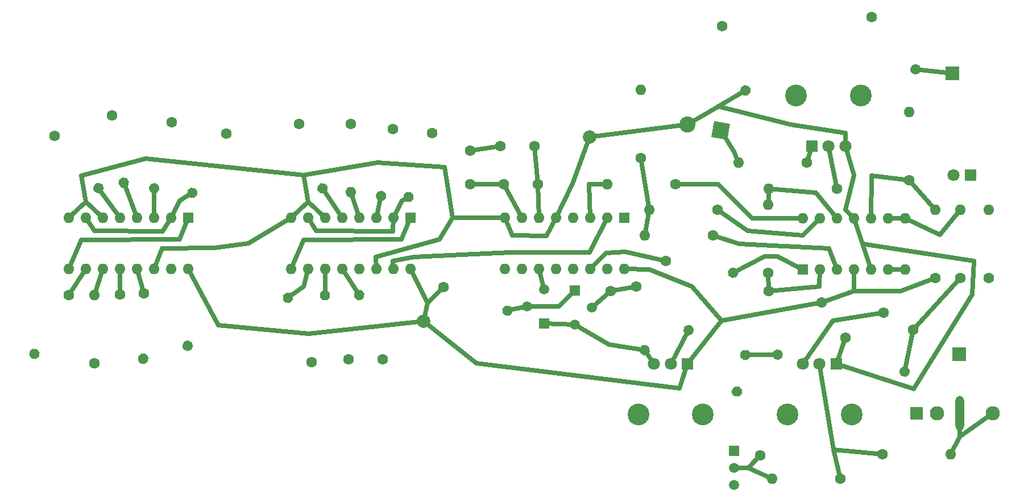
<source format=gbr>
%TF.GenerationSoftware,KiCad,Pcbnew,(5.1.6)-1*%
%TF.CreationDate,2021-02-23T20:11:17-06:00*%
%TF.ProjectId,WALKING RING,57414c4b-494e-4472-9052-494e472e6b69,rev?*%
%TF.SameCoordinates,Original*%
%TF.FileFunction,Copper,L1,Top*%
%TF.FilePolarity,Positive*%
%FSLAX46Y46*%
G04 Gerber Fmt 4.6, Leading zero omitted, Abs format (unit mm)*
G04 Created by KiCad (PCBNEW (5.1.6)-1) date 2021-02-23 20:11:17*
%MOMM*%
%LPD*%
G01*
G04 APERTURE LIST*
%TA.AperFunction,ComponentPad*%
%ADD10O,1.600000X1.600000*%
%TD*%
%TA.AperFunction,ComponentPad*%
%ADD11C,1.600000*%
%TD*%
%TA.AperFunction,ComponentPad*%
%ADD12C,2.000000*%
%TD*%
%TA.AperFunction,ComponentPad*%
%ADD13C,2.400000*%
%TD*%
%TA.AperFunction,ComponentPad*%
%ADD14C,0.100000*%
%TD*%
%TA.AperFunction,ComponentPad*%
%ADD15R,1.800000X1.800000*%
%TD*%
%TA.AperFunction,ComponentPad*%
%ADD16C,1.800000*%
%TD*%
%TA.AperFunction,ComponentPad*%
%ADD17C,3.240000*%
%TD*%
%TA.AperFunction,ComponentPad*%
%ADD18R,1.600000X1.600000*%
%TD*%
%TA.AperFunction,ComponentPad*%
%ADD19R,2.000000X2.000000*%
%TD*%
%TA.AperFunction,ComponentPad*%
%ADD20O,1.300000X5.200000*%
%TD*%
%TA.AperFunction,ComponentPad*%
%ADD21C,2.130000*%
%TD*%
%TA.AperFunction,ComponentPad*%
%ADD22R,1.830000X1.930000*%
%TD*%
%TA.AperFunction,ComponentPad*%
%ADD23R,1.500000X1.500000*%
%TD*%
%TA.AperFunction,ComponentPad*%
%ADD24C,1.500000*%
%TD*%
%TA.AperFunction,Conductor*%
%ADD25C,0.635000*%
%TD*%
G04 APERTURE END LIST*
D10*
%TO.P,REF\u002A\u002A,2*%
%TO.N,N/C*%
X74650000Y-89330000D03*
D11*
%TO.P,REF\u002A\u002A,1*%
X74650000Y-99490000D03*
%TD*%
D10*
%TO.P,REF\u002A\u002A,2*%
%TO.N,N/C*%
X203650000Y-76640000D03*
D11*
%TO.P,REF\u002A\u002A,1*%
X203650000Y-86800000D03*
%TD*%
%TO.P,REF\u002A\u002A,1*%
%TO.N,N/C*%
X199860000Y-86800000D03*
D10*
%TO.P,REF\u002A\u002A,2*%
X199860000Y-76640000D03*
%TD*%
D11*
%TO.P,REF\u002A\u002A,1*%
%TO.N,N/C*%
X167470000Y-76610000D03*
D10*
%TO.P,REF\u002A\u002A,2*%
X157310000Y-76610000D03*
%TD*%
%TO.P,REF\u002A\u002A,2*%
%TO.N,N/C*%
X151010000Y-72790000D03*
D11*
%TO.P,REF\u002A\u002A,1*%
X161170000Y-72790000D03*
%TD*%
%TO.P,REF\u002A\u002A,1*%
%TO.N,N/C*%
X156040000Y-68950000D03*
D10*
%TO.P,REF\u002A\u002A,2*%
%TO.N,SENSE*%
X156040000Y-58790000D03*
%TD*%
%TO.P,REF\u002A\u002A,2*%
%TO.N,N/C*%
X156650000Y-80420000D03*
D11*
%TO.P,REF\u002A\u002A,1*%
X166810000Y-80420000D03*
%TD*%
D10*
%TO.P,REF\u002A\u002A,2*%
%TO.N,N/C*%
X175030000Y-75890000D03*
D11*
%TO.P,REF\u002A\u002A,1*%
X175030000Y-86050000D03*
%TD*%
%TO.P,REF\u002A\u002A,1*%
%TO.N,N/C*%
X196020000Y-72230000D03*
D10*
%TO.P,REF\u002A\u002A,2*%
%TO.N,SENSE*%
X196020000Y-62070000D03*
%TD*%
D12*
%TO.P,REF\u002A\u002A,1*%
%TO.N,N/C*%
X148400000Y-65750000D03*
%TD*%
D13*
%TO.P,REF\u002A\u002A,2*%
%TO.N,N/C*%
X163005961Y-63901759D03*
%TA.AperFunction,ComponentPad*%
D14*
%TO.P,REF\u002A\u002A,1*%
G36*
X169320147Y-63796609D02*
G01*
X168903391Y-66160147D01*
X166539853Y-65743391D01*
X166956609Y-63379853D01*
X169320147Y-63796609D01*
G37*
%TD.AperFunction*%
%TD*%
D15*
%TO.P,REF\u002A\u002A,1*%
%TO.N,N/C*%
X163000000Y-99560000D03*
D16*
%TO.P,REF\u002A\u002A,2*%
X160500000Y-99560000D03*
%TO.P,REF\u002A\u002A,3*%
X158000000Y-99560000D03*
D17*
%TO.P,REF\u002A\u002A,*%
%TO.N,*%
X155700000Y-107060000D03*
X165300000Y-107060000D03*
%TD*%
D10*
%TO.P,REF\u002A\u002A,16*%
%TO.N,N/C*%
X121730000Y-85460000D03*
%TO.P,REF\u002A\u002A,8*%
X103950000Y-77840000D03*
%TO.P,REF\u002A\u002A,15*%
X119190000Y-85460000D03*
%TO.P,REF\u002A\u002A,7*%
X106490000Y-77840000D03*
%TO.P,REF\u002A\u002A,14*%
X116650000Y-85460000D03*
%TO.P,REF\u002A\u002A,6*%
X109030000Y-77840000D03*
%TO.P,REF\u002A\u002A,13*%
X114110000Y-85460000D03*
%TO.P,REF\u002A\u002A,5*%
X111570000Y-77840000D03*
%TO.P,REF\u002A\u002A,12*%
X111570000Y-85460000D03*
%TO.P,REF\u002A\u002A,4*%
X114110000Y-77840000D03*
%TO.P,REF\u002A\u002A,11*%
X109030000Y-85460000D03*
%TO.P,REF\u002A\u002A,3*%
X116650000Y-77840000D03*
%TO.P,REF\u002A\u002A,10*%
X106490000Y-85460000D03*
%TO.P,REF\u002A\u002A,2*%
X119190000Y-77840000D03*
%TO.P,REF\u002A\u002A,9*%
X103950000Y-85460000D03*
D18*
%TO.P,REF\u002A\u002A,1*%
X121730000Y-77840000D03*
%TD*%
D10*
%TO.P,REF\u002A\u002A,14*%
%TO.N,N/C*%
X180150000Y-77860000D03*
%TO.P,REF\u002A\u002A,7*%
X195390000Y-85480000D03*
%TO.P,REF\u002A\u002A,13*%
X182690000Y-77860000D03*
%TO.P,REF\u002A\u002A,6*%
X192850000Y-85480000D03*
%TO.P,REF\u002A\u002A,12*%
X185230000Y-77860000D03*
%TO.P,REF\u002A\u002A,5*%
X190310000Y-85480000D03*
%TO.P,REF\u002A\u002A,11*%
X187770000Y-77860000D03*
%TO.P,REF\u002A\u002A,4*%
X187770000Y-85480000D03*
%TO.P,REF\u002A\u002A,10*%
X190310000Y-77860000D03*
%TO.P,REF\u002A\u002A,3*%
X185230000Y-85480000D03*
%TO.P,REF\u002A\u002A,9*%
X192850000Y-77860000D03*
%TO.P,REF\u002A\u002A,2*%
X182690000Y-85480000D03*
%TO.P,REF\u002A\u002A,8*%
X195390000Y-77860000D03*
D18*
%TO.P,REF\u002A\u002A,1*%
X180150000Y-85480000D03*
%TD*%
D12*
%TO.P,REF\u002A\u002A,1*%
%TO.N,N/C*%
X123690000Y-93220000D03*
%TD*%
D11*
%TO.P,REF\u002A\u002A,2*%
%TO.N,N/C*%
X140160000Y-67090000D03*
%TO.P,REF\u002A\u002A,1*%
X135160000Y-67090000D03*
%TD*%
D18*
%TO.P,REF\u002A\u002A,1*%
%TO.N,N/C*%
X153550000Y-77830000D03*
D10*
%TO.P,REF\u002A\u002A,9*%
X135770000Y-85450000D03*
%TO.P,REF\u002A\u002A,2*%
X151010000Y-77830000D03*
%TO.P,REF\u002A\u002A,10*%
X138310000Y-85450000D03*
%TO.P,REF\u002A\u002A,3*%
X148470000Y-77830000D03*
%TO.P,REF\u002A\u002A,11*%
X140850000Y-85450000D03*
%TO.P,REF\u002A\u002A,4*%
X145930000Y-77830000D03*
%TO.P,REF\u002A\u002A,12*%
X143390000Y-85450000D03*
%TO.P,REF\u002A\u002A,5*%
X143390000Y-77830000D03*
%TO.P,REF\u002A\u002A,13*%
X145930000Y-85450000D03*
%TO.P,REF\u002A\u002A,6*%
X140850000Y-77830000D03*
%TO.P,REF\u002A\u002A,14*%
X148470000Y-85450000D03*
%TO.P,REF\u002A\u002A,7*%
X138310000Y-77830000D03*
%TO.P,REF\u002A\u002A,15*%
X151010000Y-85450000D03*
%TO.P,REF\u002A\u002A,8*%
X135770000Y-77830000D03*
%TO.P,REF\u002A\u002A,16*%
X153550000Y-85450000D03*
%TD*%
D19*
%TO.P,REF\u002A\u002A,1*%
%TO.N,N/C*%
X202390000Y-56270000D03*
%TD*%
D17*
%TO.P,REF\u002A\u002A,*%
%TO.N,*%
X179190000Y-59600000D03*
X188790000Y-59600000D03*
D16*
%TO.P,REF\u002A\u002A,3*%
%TO.N,N/C*%
X186490000Y-67100000D03*
%TO.P,REF\u002A\u002A,2*%
X183990000Y-67100000D03*
D15*
%TO.P,REF\u002A\u002A,1*%
X181490000Y-67100000D03*
%TD*%
D18*
%TO.P,REF\u002A\u002A,1*%
%TO.N,N/C*%
X88650000Y-77840000D03*
D10*
%TO.P,REF\u002A\u002A,9*%
X70870000Y-85460000D03*
%TO.P,REF\u002A\u002A,2*%
X86110000Y-77840000D03*
%TO.P,REF\u002A\u002A,10*%
X73410000Y-85460000D03*
%TO.P,REF\u002A\u002A,3*%
X83570000Y-77840000D03*
%TO.P,REF\u002A\u002A,11*%
X75950000Y-85460000D03*
%TO.P,REF\u002A\u002A,4*%
X81030000Y-77840000D03*
%TO.P,REF\u002A\u002A,12*%
X78490000Y-85460000D03*
%TO.P,REF\u002A\u002A,5*%
X78490000Y-77840000D03*
%TO.P,REF\u002A\u002A,13*%
X81030000Y-85460000D03*
%TO.P,REF\u002A\u002A,6*%
X75950000Y-77840000D03*
%TO.P,REF\u002A\u002A,14*%
X83570000Y-85460000D03*
%TO.P,REF\u002A\u002A,7*%
X73410000Y-77840000D03*
%TO.P,REF\u002A\u002A,15*%
X86110000Y-85460000D03*
%TO.P,REF\u002A\u002A,8*%
X70870000Y-77840000D03*
%TO.P,REF\u002A\u002A,16*%
X88650000Y-85460000D03*
%TD*%
D11*
%TO.P,REF\u002A\u002A,1*%
%TO.N,N/C*%
X130600000Y-72770000D03*
%TO.P,REF\u002A\u002A,2*%
X130600000Y-67770000D03*
%TD*%
D19*
%TO.P,REF\u002A\u002A,1*%
%TO.N,N/C*%
X203460000Y-98110000D03*
%TD*%
D16*
%TO.P,.,2*%
%TO.N,N/C*%
X202560000Y-71490000D03*
D15*
%TO.P,.,1*%
X205100000Y-71490000D03*
%TD*%
D20*
%TO.P,REF\u002A\u002A,1*%
%TO.N,N/C*%
X203540000Y-106890000D03*
D21*
%TO.P,REF\u002A\u002A,TN*%
X200160000Y-106890000D03*
D22*
%TO.P,REF\u002A\u002A,S*%
X197060000Y-106890000D03*
D21*
%TO.P,REF\u002A\u002A,T*%
X208460000Y-106890000D03*
%TD*%
D11*
%TO.P,REF\u002A\u002A,1*%
%TO.N,N/C*%
X173830269Y-113224764D03*
%TO.P,REF\u002A\u002A,2*%
%TA.AperFunction,ComponentPad*%
G36*
G01*
X170628960Y-104429241D02*
X170628960Y-104429241D01*
G75*
G02*
X169603590Y-103951103I-273616J751754D01*
G01*
X169603590Y-103951103D01*
G75*
G02*
X170081728Y-102925733I751754J273616D01*
G01*
X170081728Y-102925733D01*
G75*
G02*
X171107098Y-103403871I273616J-751754D01*
G01*
X171107098Y-103403871D01*
G75*
G02*
X170628960Y-104429241I-751754J-273616D01*
G01*
G37*
%TD.AperFunction*%
%TD*%
D10*
%TO.P,REF\u002A\u002A,2*%
%TO.N,N/C*%
X175579535Y-116658705D03*
D11*
%TO.P,REF\u002A\u002A,1*%
X185739535Y-116658705D03*
%TD*%
D23*
%TO.P,.,1*%
%TO.N,N/C*%
X169940000Y-112520000D03*
D24*
%TO.P,.,3*%
X169940000Y-117600000D03*
%TO.P,.,2*%
X169940000Y-115060000D03*
%TD*%
D10*
%TO.P,REF\u002A\u002A,2*%
%TO.N,N/C*%
X207810000Y-76640000D03*
D11*
%TO.P,REF\u002A\u002A,1*%
X207810000Y-86800000D03*
%TD*%
%TO.P,REF\u002A\u002A,2*%
%TO.N,N/C*%
%TA.AperFunction,ComponentPad*%
G36*
G01*
X156200000Y-96805998D02*
X156200000Y-96805998D01*
G75*
G02*
X157292820Y-97098818I400000J-692820D01*
G01*
X157292820Y-97098818D01*
G75*
G02*
X157000000Y-98191638I-692820J-400000D01*
G01*
X157000000Y-98191638D01*
G75*
G02*
X155907180Y-97898818I-400000J692820D01*
G01*
X155907180Y-97898818D01*
G75*
G02*
X156200000Y-96805998I692820J400000D01*
G01*
G37*
%TD.AperFunction*%
%TO.P,REF\u002A\u002A,1*%
X151520000Y-88700000D03*
%TD*%
%TO.P,REF\u002A\u002A,2*%
%TO.N,N/C*%
%TA.AperFunction,ComponentPad*%
G36*
G01*
X135415523Y-91361309D02*
X135415523Y-91361309D01*
G75*
G02*
X136440893Y-90883171I751754J-273616D01*
G01*
X136440893Y-90883171D01*
G75*
G02*
X136919031Y-91908541I-273616J-751754D01*
G01*
X136919031Y-91908541D01*
G75*
G02*
X135893661Y-92386679I-751754J273616D01*
G01*
X135893661Y-92386679D01*
G75*
G02*
X135415523Y-91361309I273616J751754D01*
G01*
G37*
%TD.AperFunction*%
%TO.P,REF\u002A\u002A,1*%
X126620000Y-88160000D03*
%TD*%
%TO.P,REF\u002A\u002A,2*%
%TO.N,N/C*%
%TA.AperFunction,ComponentPad*%
G36*
G01*
X171868691Y-97485523D02*
X171868691Y-97485523D01*
G75*
G02*
X172346829Y-98510893I-273616J-751754D01*
G01*
X172346829Y-98510893D01*
G75*
G02*
X171321459Y-98989031I-751754J273616D01*
G01*
X171321459Y-98989031D01*
G75*
G02*
X170843321Y-97963661I273616J751754D01*
G01*
X170843321Y-97963661D01*
G75*
G02*
X171868691Y-97485523I751754J-273616D01*
G01*
G37*
%TD.AperFunction*%
%TO.P,REF\u002A\u002A,1*%
X175070000Y-88690000D03*
%TD*%
%TO.P,REF\u002A\u002A,1*%
%TO.N,N/C*%
X124930000Y-65170000D03*
%TO.P,REF\u002A\u002A,2*%
%TA.AperFunction,ComponentPad*%
G36*
G01*
X121728691Y-73965523D02*
X121728691Y-73965523D01*
G75*
G02*
X122206829Y-74990893I-273616J-751754D01*
G01*
X122206829Y-74990893D01*
G75*
G02*
X121181459Y-75469031I-751754J273616D01*
G01*
X121181459Y-75469031D01*
G75*
G02*
X120703321Y-74443661I273616J751754D01*
G01*
X120703321Y-74443661D01*
G75*
G02*
X121728691Y-73965523I751754J-273616D01*
G01*
G37*
%TD.AperFunction*%
%TD*%
%TO.P,REF\u002A\u002A,2*%
%TO.N,N/C*%
X196550127Y-94440000D03*
%TO.P,REF\u002A\u002A,1*%
X192220000Y-91940000D03*
%TD*%
D10*
%TO.P,REF\u002A\u002A,2*%
%TO.N,N/C*%
X175080000Y-73450000D03*
D11*
%TO.P,REF\u002A\u002A,1*%
X185240000Y-73450000D03*
%TD*%
%TO.P,REF\u002A\u002A,1*%
%TO.N,N/C*%
X135670000Y-72790000D03*
%TO.P,REF\u002A\u002A,2*%
X140670000Y-72790000D03*
%TD*%
D23*
%TO.P,REF\u002A\u002A,1*%
%TO.N,N/C*%
X141660000Y-93540000D03*
D24*
%TO.P,REF\u002A\u002A,3*%
X141660000Y-88460000D03*
%TO.P,REF\u002A\u002A,2*%
X139120000Y-91000000D03*
%TD*%
%TO.P,REF\u002A\u002A,2*%
%TO.N,N/C*%
X148720000Y-91200000D03*
%TO.P,REF\u002A\u002A,3*%
X146180000Y-93740000D03*
D23*
%TO.P,REF\u002A\u002A,1*%
X146180000Y-88660000D03*
%TD*%
D11*
%TO.P,REF\u002A\u002A,1*%
%TO.N,N/C*%
X180760000Y-69610000D03*
D10*
%TO.P,REF\u002A\u002A,2*%
X170600000Y-69610000D03*
%TD*%
%TO.P,REF\u002A\u002A,2*%
%TO.N,N/C*%
%TA.AperFunction,ComponentPad*%
G36*
G01*
X194625998Y-100320000D02*
X194625998Y-100320000D01*
G75*
G02*
X195718818Y-100027180I692820J-400000D01*
G01*
X195718818Y-100027180D01*
G75*
G02*
X196011638Y-101120000I-400000J-692820D01*
G01*
X196011638Y-101120000D01*
G75*
G02*
X194918818Y-101412820I-692820J400000D01*
G01*
X194918818Y-101412820D01*
G75*
G02*
X194625998Y-100320000I400000J692820D01*
G01*
G37*
%TD.AperFunction*%
D11*
%TO.P,REF\u002A\u002A,1*%
X186520000Y-95640000D03*
%TD*%
%TO.P,REF\u002A\u002A,1*%
%TO.N,N/C*%
X182930000Y-90400000D03*
%TO.P,REF\u002A\u002A,2*%
%TA.AperFunction,ComponentPad*%
G36*
G01*
X176913508Y-97570176D02*
X176913508Y-97570176D01*
G75*
G02*
X177012114Y-98697242I-514230J-612836D01*
G01*
X177012114Y-98697242D01*
G75*
G02*
X175885048Y-98795848I-612836J514230D01*
G01*
X175885048Y-98795848D01*
G75*
G02*
X175786442Y-97668782I514230J612836D01*
G01*
X175786442Y-97668782D01*
G75*
G02*
X176913508Y-97570176I612836J-514230D01*
G01*
G37*
%TD.AperFunction*%
%TD*%
%TO.P,REF\u002A\u002A,1*%
%TO.N,N/C*%
X155360000Y-88020000D03*
%TO.P,REF\u002A\u002A,2*%
%TA.AperFunction,ComponentPad*%
G36*
G01*
X162530176Y-94036492D02*
X162530176Y-94036492D01*
G75*
G02*
X163657242Y-93937886I612836J-514230D01*
G01*
X163657242Y-93937886D01*
G75*
G02*
X163755848Y-95064952I-514230J-612836D01*
G01*
X163755848Y-95064952D01*
G75*
G02*
X162628782Y-95163558I-612836J514230D01*
G01*
X162628782Y-95163558D01*
G75*
G02*
X162530176Y-94036492I514230J612836D01*
G01*
G37*
%TD.AperFunction*%
%TD*%
%TO.P,REF\u002A\u002A,1*%
%TO.N,N/C*%
X159770000Y-84230000D03*
%TO.P,REF\u002A\u002A,2*%
%TA.AperFunction,ComponentPad*%
G36*
G01*
X168987801Y-85855346D02*
X168987801Y-85855346D01*
G75*
G02*
X169914566Y-85206419I787846J-138919D01*
G01*
X169914566Y-85206419D01*
G75*
G02*
X170563493Y-86133184I-138919J-787846D01*
G01*
X170563493Y-86133184D01*
G75*
G02*
X169636728Y-86782111I-787846J138919D01*
G01*
X169636728Y-86782111D01*
G75*
G02*
X168987801Y-85855346I138919J787846D01*
G01*
G37*
%TD.AperFunction*%
%TD*%
%TO.P,REF\u002A\u002A,2*%
%TO.N,N/C*%
%TA.AperFunction,ComponentPad*%
G36*
G01*
X89650000Y-73405998D02*
X89650000Y-73405998D01*
G75*
G02*
X89942820Y-74498818I-400000J-692820D01*
G01*
X89942820Y-74498818D01*
G75*
G02*
X88850000Y-74791638I-692820J400000D01*
G01*
X88850000Y-74791638D01*
G75*
G02*
X88557180Y-73698818I400000J692820D01*
G01*
X88557180Y-73698818D01*
G75*
G02*
X89650000Y-73405998I692820J-400000D01*
G01*
G37*
%TD.AperFunction*%
%TO.P,REF\u002A\u002A,1*%
X94330000Y-65300000D03*
%TD*%
%TO.P,REF\u002A\u002A,2*%
%TO.N,N/C*%
%TA.AperFunction,ComponentPad*%
G36*
G01*
X78895346Y-71787801D02*
X78895346Y-71787801D01*
G75*
G02*
X79822111Y-72436728I138919J-787846D01*
G01*
X79822111Y-72436728D01*
G75*
G02*
X79173184Y-73363493I-787846J-138919D01*
G01*
X79173184Y-73363493D01*
G75*
G02*
X78246419Y-72714566I-138919J787846D01*
G01*
X78246419Y-72714566D01*
G75*
G02*
X78895346Y-71787801I787846J138919D01*
G01*
G37*
%TD.AperFunction*%
%TO.P,REF\u002A\u002A,1*%
X77270000Y-62570000D03*
%TD*%
%TO.P,REF\u002A\u002A,2*%
%TO.N,N/C*%
%TA.AperFunction,ComponentPad*%
G36*
G01*
X109278691Y-90104477D02*
X109278691Y-90104477D01*
G75*
G02*
X108253321Y-89626339I-273616J751754D01*
G01*
X108253321Y-89626339D01*
G75*
G02*
X108731459Y-88600969I751754J273616D01*
G01*
X108731459Y-88600969D01*
G75*
G02*
X109756829Y-89079107I273616J-751754D01*
G01*
X109756829Y-89079107D01*
G75*
G02*
X109278691Y-90104477I-751754J-273616D01*
G01*
G37*
%TD.AperFunction*%
%TO.P,REF\u002A\u002A,1*%
X112480000Y-98900000D03*
%TD*%
%TO.P,REF\u002A\u002A,2*%
%TO.N,N/C*%
%TA.AperFunction,ComponentPad*%
G36*
G01*
X108361309Y-72665523D02*
X108361309Y-72665523D01*
G75*
G02*
X109386679Y-73143661I273616J-751754D01*
G01*
X109386679Y-73143661D01*
G75*
G02*
X108908541Y-74169031I-751754J-273616D01*
G01*
X108908541Y-74169031D01*
G75*
G02*
X107883171Y-73690893I-273616J751754D01*
G01*
X107883171Y-73690893D01*
G75*
G02*
X108361309Y-72665523I751754J273616D01*
G01*
G37*
%TD.AperFunction*%
%TO.P,REF\u002A\u002A,1*%
X105160000Y-63870000D03*
%TD*%
%TO.P,REF\u002A\u002A,1*%
%TO.N,SENSE*%
X168150000Y-49300000D03*
%TO.P,REF\u002A\u002A,2*%
%TO.N,N/C*%
%TA.AperFunction,ComponentPad*%
G36*
G01*
X171351309Y-58095523D02*
X171351309Y-58095523D01*
G75*
G02*
X172376679Y-58573661I273616J-751754D01*
G01*
X172376679Y-58573661D01*
G75*
G02*
X171898541Y-59599031I-751754J-273616D01*
G01*
X171898541Y-59599031D01*
G75*
G02*
X170873171Y-59120893I-273616J751754D01*
G01*
X170873171Y-59120893D01*
G75*
G02*
X171351309Y-58095523I751754J273616D01*
G01*
G37*
%TD.AperFunction*%
%TD*%
%TO.P,REF\u002A\u002A,1*%
%TO.N,N/C*%
X68750000Y-65610000D03*
%TO.P,REF\u002A\u002A,2*%
%TA.AperFunction,ComponentPad*%
G36*
G01*
X74766492Y-72780176D02*
X74766492Y-72780176D01*
G75*
G02*
X75893558Y-72878782I514230J-612836D01*
G01*
X75893558Y-72878782D01*
G75*
G02*
X75794952Y-74005848I-612836J-514230D01*
G01*
X75794952Y-74005848D01*
G75*
G02*
X74667886Y-73907242I-514230J612836D01*
G01*
X74667886Y-73907242D01*
G75*
G02*
X74766492Y-72780176I612836J514230D01*
G01*
G37*
%TD.AperFunction*%
%TD*%
%TO.P,REF\u002A\u002A,2*%
%TO.N,N/C*%
%TA.AperFunction,ComponentPad*%
G36*
G01*
X117494654Y-73767801D02*
X117494654Y-73767801D01*
G75*
G02*
X118143581Y-74694566I-138919J-787846D01*
G01*
X118143581Y-74694566D01*
G75*
G02*
X117216816Y-75343493I-787846J138919D01*
G01*
X117216816Y-75343493D01*
G75*
G02*
X116567889Y-74416728I138919J787846D01*
G01*
X116567889Y-74416728D01*
G75*
G02*
X117494654Y-73767801I787846J-138919D01*
G01*
G37*
%TD.AperFunction*%
%TO.P,REF\u002A\u002A,1*%
X119120000Y-64550000D03*
%TD*%
%TO.P,REF\u002A\u002A,1*%
%TO.N,N/C*%
X86200000Y-63600000D03*
%TO.P,REF\u002A\u002A,2*%
%TA.AperFunction,ComponentPad*%
G36*
G01*
X83777454Y-72641065D02*
X83777454Y-72641065D01*
G75*
G02*
X84343140Y-73620861I-207055J-772741D01*
G01*
X84343140Y-73620861D01*
G75*
G02*
X83363344Y-74186547I-772741J207055D01*
G01*
X83363344Y-74186547D01*
G75*
G02*
X82797658Y-73206751I207055J772741D01*
G01*
X82797658Y-73206751D01*
G75*
G02*
X83777454Y-72641065I772741J-207055D01*
G01*
G37*
%TD.AperFunction*%
%TD*%
%TO.P,REF\u002A\u002A,2*%
%TO.N,N/C*%
%TA.AperFunction,ComponentPad*%
G36*
G01*
X81661309Y-98045523D02*
X81661309Y-98045523D01*
G75*
G02*
X82686679Y-98523661I273616J-751754D01*
G01*
X82686679Y-98523661D01*
G75*
G02*
X82208541Y-99549031I-751754J-273616D01*
G01*
X82208541Y-99549031D01*
G75*
G02*
X81183171Y-99070893I-273616J751754D01*
G01*
X81183171Y-99070893D01*
G75*
G02*
X81661309Y-98045523I751754J273616D01*
G01*
G37*
%TD.AperFunction*%
%TO.P,REF\u002A\u002A,1*%
X78460000Y-89250000D03*
%TD*%
%TO.P,REF\u002A\u002A,1*%
%TO.N,N/C*%
X106970000Y-99270000D03*
%TO.P,REF\u002A\u002A,2*%
%TA.AperFunction,ComponentPad*%
G36*
G01*
X103768691Y-90474477D02*
X103768691Y-90474477D01*
G75*
G02*
X102743321Y-89996339I-273616J751754D01*
G01*
X102743321Y-89996339D01*
G75*
G02*
X103221459Y-88970969I751754J273616D01*
G01*
X103221459Y-88970969D01*
G75*
G02*
X104246829Y-89449107I273616J-751754D01*
G01*
X104246829Y-89449107D01*
G75*
G02*
X103768691Y-90474477I-751754J-273616D01*
G01*
G37*
%TD.AperFunction*%
%TD*%
%TO.P,REF\u002A\u002A,1*%
%TO.N,N/C*%
X112820000Y-63820000D03*
D10*
%TO.P,REF\u002A\u002A,2*%
X112820000Y-73980000D03*
%TD*%
%TO.P,REF\u002A\u002A,2*%
%TO.N,N/C*%
%TA.AperFunction,ComponentPad*%
G36*
G01*
X196446492Y-55080176D02*
X196446492Y-55080176D01*
G75*
G02*
X197573558Y-55178782I514230J-612836D01*
G01*
X197573558Y-55178782D01*
G75*
G02*
X197474952Y-56305848I-612836J-514230D01*
G01*
X197474952Y-56305848D01*
G75*
G02*
X196347886Y-56207242I-514230J612836D01*
G01*
X196347886Y-56207242D01*
G75*
G02*
X196446492Y-55080176I612836J514230D01*
G01*
G37*
%TD.AperFunction*%
D11*
%TO.P,REF\u002A\u002A,1*%
%TO.N,SENSE*%
X190430000Y-47910000D03*
%TD*%
%TO.P,REF\u002A\u002A,1*%
%TO.N,N/C*%
X82040000Y-89090000D03*
%TO.P,REF\u002A\u002A,2*%
%TA.AperFunction,ComponentPad*%
G36*
G01*
X88056492Y-96260176D02*
X88056492Y-96260176D01*
G75*
G02*
X89183558Y-96358782I514230J-612836D01*
G01*
X89183558Y-96358782D01*
G75*
G02*
X89084952Y-97485848I-612836J-514230D01*
G01*
X89084952Y-97485848D01*
G75*
G02*
X87957886Y-97387242I-514230J612836D01*
G01*
X87957886Y-97387242D01*
G75*
G02*
X88056492Y-96260176I612836J514230D01*
G01*
G37*
%TD.AperFunction*%
%TD*%
%TO.P,REF\u002A\u002A,1*%
%TO.N,N/C*%
X191980000Y-113020000D03*
D10*
%TO.P,REF\u002A\u002A,2*%
X202140000Y-113020000D03*
%TD*%
D11*
%TO.P,REF\u002A\u002A,1*%
%TO.N,N/C*%
X117580000Y-98860000D03*
%TO.P,REF\u002A\u002A,2*%
%TA.AperFunction,ComponentPad*%
G36*
G01*
X114378691Y-90064477D02*
X114378691Y-90064477D01*
G75*
G02*
X113353321Y-89586339I-273616J751754D01*
G01*
X113353321Y-89586339D01*
G75*
G02*
X113831459Y-88560969I751754J273616D01*
G01*
X113831459Y-88560969D01*
G75*
G02*
X114856829Y-89039107I273616J-751754D01*
G01*
X114856829Y-89039107D01*
G75*
G02*
X114378691Y-90064477I-751754J-273616D01*
G01*
G37*
%TD.AperFunction*%
%TD*%
%TO.P,REF\u002A\u002A,2*%
%TO.N,N/C*%
%TA.AperFunction,ComponentPad*%
G36*
G01*
X66140000Y-97385998D02*
X66140000Y-97385998D01*
G75*
G02*
X66432820Y-98478818I-400000J-692820D01*
G01*
X66432820Y-98478818D01*
G75*
G02*
X65340000Y-98771638I-692820J400000D01*
G01*
X65340000Y-98771638D01*
G75*
G02*
X65047180Y-97678818I400000J692820D01*
G01*
X65047180Y-97678818D01*
G75*
G02*
X66140000Y-97385998I692820J-400000D01*
G01*
G37*
%TD.AperFunction*%
%TO.P,REF\u002A\u002A,1*%
X70820000Y-89280000D03*
%TD*%
D17*
%TO.P,REF\u002A\u002A,*%
%TO.N,*%
X187440000Y-107060000D03*
X177840000Y-107060000D03*
D16*
%TO.P,REF\u002A\u002A,3*%
%TO.N,N/C*%
X180140000Y-99560000D03*
%TO.P,REF\u002A\u002A,2*%
X182640000Y-99560000D03*
D15*
%TO.P,REF\u002A\u002A,1*%
X185140000Y-99560000D03*
%TD*%
D25*
%TO.N,*%
X141660000Y-93540000D02*
X146180000Y-93740000D01*
X196960722Y-55693012D02*
X202390000Y-56270000D01*
X169940000Y-115060000D02*
X171995033Y-115060000D01*
X203550000Y-110380000D02*
X203540000Y-106890000D01*
X182640000Y-99560000D02*
X184710000Y-112310000D01*
X202140000Y-113020000D02*
X203550000Y-110380000D01*
X171995033Y-115060000D02*
X175579535Y-116658705D01*
X135670000Y-72790000D02*
X130600000Y-72770000D01*
X184710000Y-112310000D02*
X191980000Y-113020000D01*
X135160000Y-67090000D02*
X130600000Y-67770000D01*
X171995033Y-115060000D02*
X173830269Y-113224764D01*
X185739535Y-116658705D02*
X184710000Y-112310000D01*
X203550000Y-110380000D02*
X208460000Y-106890000D01*
X186550000Y-65150000D02*
X186490000Y-67100000D01*
X186540000Y-76600000D02*
X187790000Y-71410000D01*
X167548087Y-61238087D02*
X178290000Y-63880000D01*
X183990000Y-67100000D02*
X185240000Y-73450000D01*
X170600000Y-69610000D02*
X169890000Y-67950000D01*
X182130000Y-74070000D02*
X185230000Y-77860000D01*
X196020000Y-72230000D02*
X190410000Y-71510000D01*
X175080000Y-73450000D02*
X182130000Y-74070000D01*
X148400000Y-65750000D02*
X163005961Y-63901759D01*
X175080000Y-73450000D02*
X175080000Y-75840000D01*
X180760000Y-69610000D02*
X181490000Y-67100000D01*
X163005961Y-63901759D02*
X167226612Y-61426612D01*
X167226612Y-61426612D02*
X171624925Y-58847277D01*
X169890000Y-67950000D02*
X167930000Y-64770000D01*
X187790000Y-71410000D02*
X186490000Y-67100000D01*
X187770000Y-77860000D02*
X186540000Y-76600000D01*
X178290000Y-63880000D02*
X186550000Y-65150000D01*
X175080000Y-75840000D02*
X175030000Y-75890000D01*
X140160000Y-67090000D02*
X140670000Y-72790000D01*
X135770000Y-77830000D02*
X136940000Y-80430000D01*
X169775647Y-85994265D02*
X174530000Y-83540000D01*
X166810000Y-80420000D02*
X170680000Y-81720000D01*
X171910000Y-79760000D02*
X180140000Y-80440000D01*
X136940000Y-80430000D02*
X141970000Y-80480000D01*
X106490000Y-77840000D02*
X107680000Y-79780000D01*
X153740000Y-82880000D02*
X159770000Y-84230000D01*
X105810000Y-88020000D02*
X106490000Y-85460000D01*
X180140000Y-80440000D02*
X182690000Y-77860000D01*
X148370000Y-72800000D02*
X148470000Y-77830000D01*
X140670000Y-72790000D02*
X140850000Y-77830000D01*
X119190000Y-85460000D02*
X119130000Y-84230000D01*
X143390000Y-77830000D02*
X145840000Y-72750000D01*
X145840000Y-72750000D02*
X148400000Y-65750000D01*
X136570000Y-82960000D02*
X148380000Y-82930000D01*
X128020000Y-77830000D02*
X135770000Y-77830000D01*
X161170000Y-72790000D02*
X167540000Y-72790000D01*
X148470000Y-85450000D02*
X150890000Y-83030000D01*
X195390000Y-77860000D02*
X200570000Y-80380000D01*
X157310000Y-76610000D02*
X156650000Y-80420000D01*
X192850000Y-77860000D02*
X195390000Y-77860000D01*
X187770000Y-88700000D02*
X187770000Y-85480000D01*
X176340000Y-83550000D02*
X180150000Y-85480000D01*
X167540000Y-72790000D02*
X172610000Y-77860000D01*
X111570000Y-85460000D02*
X114105075Y-89312723D01*
X107680000Y-79780000D02*
X119160000Y-79790000D01*
X151010000Y-72790000D02*
X148370000Y-72800000D01*
X190410000Y-71510000D02*
X190310000Y-77860000D01*
X196020000Y-72230000D02*
X199860000Y-76640000D01*
X200570000Y-80380000D02*
X203650000Y-76640000D01*
X189070000Y-81730000D02*
X190310000Y-85480000D01*
X192850000Y-85480000D02*
X195390000Y-85480000D01*
X182660000Y-88060000D02*
X182690000Y-85480000D01*
X167470000Y-76610000D02*
X171910000Y-79760000D01*
X172610000Y-77860000D02*
X180150000Y-77860000D01*
X126100000Y-81040000D02*
X116570000Y-83620000D01*
X103495075Y-89722723D02*
X105810000Y-88020000D01*
X135670000Y-72790000D02*
X138310000Y-77830000D01*
X128020000Y-77830000D02*
X126100000Y-81040000D01*
X105810000Y-81090000D02*
X120410000Y-81050000D01*
X109030000Y-85460000D02*
X109005075Y-89352723D01*
X150890000Y-83030000D02*
X153740000Y-82880000D01*
X148380000Y-82930000D02*
X151010000Y-77830000D01*
X141970000Y-80480000D02*
X143390000Y-77830000D01*
X103950000Y-85460000D02*
X105810000Y-81090000D01*
X116830000Y-69570000D02*
X126810000Y-70300000D01*
X126810000Y-70300000D02*
X128020000Y-77830000D01*
X187770000Y-88700000D02*
X194760000Y-88700000D01*
X175030000Y-86050000D02*
X175070000Y-88690000D01*
X120410000Y-81050000D02*
X121730000Y-77840000D01*
X122230000Y-83640000D02*
X136570000Y-82960000D01*
X105800000Y-71450000D02*
X116830000Y-69570000D01*
X182930000Y-90400000D02*
X187770000Y-88700000D01*
X194760000Y-88700000D02*
X199860000Y-86800000D01*
X175070000Y-88690000D02*
X182660000Y-88060000D01*
X119130000Y-84230000D02*
X122230000Y-83640000D01*
X116570000Y-83620000D02*
X116650000Y-85460000D01*
X119160000Y-79790000D02*
X119190000Y-77840000D01*
X170680000Y-81720000D02*
X184020000Y-82360000D01*
X184020000Y-82360000D02*
X185230000Y-85480000D01*
X156040000Y-68950000D02*
X157310000Y-76610000D01*
X140850000Y-85450000D02*
X141660000Y-88460000D01*
X174530000Y-83540000D02*
X176340000Y-83550000D01*
X79034265Y-72575647D02*
X81030000Y-77840000D01*
X84820000Y-79800000D02*
X86110000Y-77840000D01*
X72760000Y-81080000D02*
X87410000Y-81040000D01*
X70870000Y-85460000D02*
X72760000Y-81080000D01*
X87410000Y-81040000D02*
X88650000Y-77840000D01*
X84730000Y-82350000D02*
X92560000Y-82310000D01*
X97630000Y-81650000D02*
X103950000Y-77840000D01*
X168070000Y-93150000D02*
X163000000Y-99560000D01*
X78490000Y-85460000D02*
X78460000Y-89250000D01*
X182930000Y-90400000D02*
X168070000Y-93150000D01*
X168070000Y-93150000D02*
X163660000Y-88030000D01*
X83570000Y-85460000D02*
X84730000Y-82350000D01*
X70820000Y-89280000D02*
X73410000Y-85460000D01*
X163660000Y-88030000D02*
X157270000Y-85490000D01*
X176345013Y-98237277D02*
X176399278Y-98183012D01*
X171595075Y-98237277D02*
X176345013Y-98237277D01*
X109030000Y-77840000D02*
X106490000Y-75410000D01*
X121455075Y-74717277D02*
X120450000Y-75300000D01*
X120450000Y-75300000D02*
X119190000Y-77840000D01*
X116650000Y-77840000D02*
X117355735Y-74555647D01*
X72730000Y-71540000D02*
X82330000Y-68970000D01*
X83570399Y-73413806D02*
X83570000Y-77840000D01*
X92560000Y-82310000D02*
X97630000Y-81650000D01*
X111570000Y-77840000D02*
X108634925Y-73417277D01*
X75280722Y-73393012D02*
X78490000Y-77840000D01*
X112820000Y-73980000D02*
X114110000Y-77840000D01*
X73370000Y-75410000D02*
X75950000Y-77840000D01*
X70870000Y-77840000D02*
X73370000Y-75410000D01*
X105800000Y-71450000D02*
X106490000Y-75410000D01*
X82330000Y-68970000D02*
X105800000Y-71450000D01*
X73370000Y-75410000D02*
X72730000Y-71540000D01*
X73410000Y-77840000D02*
X74660000Y-79770000D01*
X75950000Y-85460000D02*
X74650000Y-89330000D01*
X157270000Y-85490000D02*
X153550000Y-85450000D01*
X106490000Y-75410000D02*
X103950000Y-77840000D01*
X86110000Y-77840000D02*
X87400000Y-75280000D01*
X87400000Y-75280000D02*
X89250000Y-74098818D01*
X74660000Y-79770000D02*
X84820000Y-79800000D01*
X81030000Y-85460000D02*
X82040000Y-89090000D01*
X160500000Y-99560000D02*
X163143012Y-94550722D01*
X106550000Y-95040000D02*
X123690000Y-93220000D01*
X124315000Y-90465000D02*
X126620000Y-88160000D01*
X196690000Y-103300000D02*
X205410000Y-89230000D01*
X205630000Y-84240000D02*
X189070000Y-81730000D01*
X131550000Y-99470000D02*
X161770000Y-103220000D01*
X93090000Y-93810000D02*
X106550000Y-95040000D01*
X205410000Y-89230000D02*
X205630000Y-84240000D01*
X195318818Y-100720000D02*
X196550127Y-94440000D01*
X88650000Y-85460000D02*
X93090000Y-93810000D01*
X161770000Y-103220000D02*
X163000000Y-99560000D01*
X124315000Y-90465000D02*
X121730000Y-85460000D01*
X123690000Y-93220000D02*
X124315000Y-90465000D01*
X123690000Y-93220000D02*
X131550000Y-99470000D01*
X156600000Y-97498818D02*
X158000000Y-99560000D01*
X185140000Y-99560000D02*
X196690000Y-103300000D01*
X180140000Y-99560000D02*
X184650000Y-93160000D01*
X184650000Y-93160000D02*
X192220000Y-91940000D01*
X203650000Y-86800000D02*
X196550127Y-94440000D01*
X189070000Y-81730000D02*
X187770000Y-77860000D01*
X139120000Y-91000000D02*
X143840000Y-91000000D01*
X143840000Y-91000000D02*
X146180000Y-88660000D01*
X185140000Y-99560000D02*
X186520000Y-95640000D01*
X146180000Y-93740000D02*
X151270000Y-96660000D01*
X151270000Y-96660000D02*
X156600000Y-97498818D01*
X151520000Y-88700000D02*
X155360000Y-88020000D01*
X148720000Y-91200000D02*
X151520000Y-88700000D01*
X139120000Y-91000000D02*
X136167277Y-91634925D01*
%TD*%
M02*

</source>
